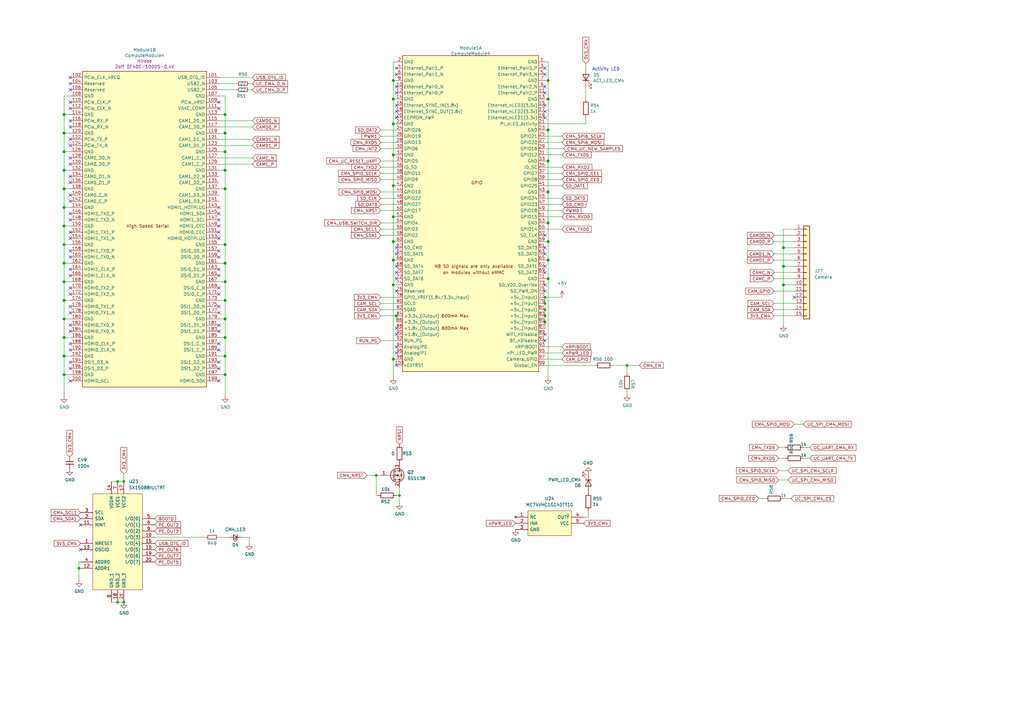
<source format=kicad_sch>
(kicad_sch (version 20231120) (generator "eeschema") (generator_version "8.0")
  (paper "A3")
  (junction (at 92.329 130.81) (diameter 1.016))
  (junction (at 26.289 77.47) (diameter 1.016))
  (junction (at 161.29 63.5) (diameter 1.016))
  (junction (at 224.79 40.64) (diameter 1.016))
  (junction (at 161.29 50.8) (diameter 1.016))
  (junction (at 26.289 138.43) (diameter 1.016))
  (junction (at 161.29 116.84) (diameter 1.016))
  (junction (at 92.329 100.33) (diameter 1.016))
  (junction (at 321.31 116.84) (diameter 1.016))
  (junction (at 26.289 130.81) (diameter 1.016))
  (junction (at 223.52 129.54))
  (junction (at 224.79 78.74) (diameter 1.016))
  (junction (at 92.329 46.99) (diameter 1.016))
  (junction (at 26.289 69.85) (diameter 1.016))
  (junction (at 224.79 53.34) (diameter 1.016))
  (junction (at 48.26 247.015))
  (junction (at 26.289 46.99) (diameter 1.016))
  (junction (at 224.79 99.06) (diameter 1.016))
  (junction (at 161.29 40.64) (diameter 1.016))
  (junction (at 92.329 138.43) (diameter 1.016))
  (junction (at 26.289 85.09) (diameter 1.016))
  (junction (at 26.289 62.23) (diameter 1.016))
  (junction (at 224.79 33.02) (diameter 1.016))
  (junction (at 321.31 101.6) (diameter 1.016))
  (junction (at 223.52 127))
  (junction (at 32.385 233.045))
  (junction (at 26.289 123.19) (diameter 1.016))
  (junction (at 257.175 149.86))
  (junction (at 224.79 66.04) (diameter 1.016))
  (junction (at 92.329 69.85) (diameter 1.016))
  (junction (at 161.29 33.02) (diameter 1.016))
  (junction (at 161.29 76.2) (diameter 1.016))
  (junction (at 26.289 54.61) (diameter 1.016))
  (junction (at 92.329 115.57) (diameter 1.016))
  (junction (at 321.31 109.22) (diameter 1.016))
  (junction (at 161.29 147.32) (diameter 1.016))
  (junction (at 26.289 92.71) (diameter 1.016))
  (junction (at 223.52 121.92))
  (junction (at 161.29 99.06) (diameter 1.016))
  (junction (at 26.289 115.57) (diameter 1.016))
  (junction (at 92.329 153.67) (diameter 1.016))
  (junction (at 162.56 129.54) (diameter 1.016))
  (junction (at 224.79 91.44) (diameter 1.016))
  (junction (at 92.329 107.95) (diameter 1.016))
  (junction (at 26.289 107.95) (diameter 1.016))
  (junction (at 223.52 132.08))
  (junction (at 48.26 197.485))
  (junction (at 92.329 146.05) (diameter 1.016))
  (junction (at 92.329 54.61) (diameter 1.016))
  (junction (at 26.289 153.67) (diameter 1.016))
  (junction (at 50.8 197.485))
  (junction (at 161.29 88.9) (diameter 1.016))
  (junction (at 224.79 106.68) (diameter 1.016))
  (junction (at 154.305 194.945))
  (junction (at 223.52 124.46))
  (junction (at 161.29 106.68) (diameter 1.016))
  (junction (at 92.329 123.19) (diameter 1.016))
  (junction (at 92.329 77.47) (diameter 1.016))
  (junction (at 50.8 247.015))
  (junction (at 26.289 100.33) (diameter 1.016))
  (junction (at 26.289 146.05) (diameter 1.016))
  (junction (at 163.83 203.2))
  (junction (at 224.79 114.3) (diameter 1.016))
  (junction (at 92.329 62.23) (diameter 1.016))
  (no_connect (at 89.789 105.41))
  (no_connect (at 89.789 120.65))
  (no_connect (at 162.56 48.26))
  (no_connect (at 28.829 105.41))
  (no_connect (at 28.829 72.39))
  (no_connect (at 28.829 110.49))
  (no_connect (at 28.829 67.31))
  (no_connect (at 33.02 225.425))
  (no_connect (at 89.789 110.49))
  (no_connect (at 89.789 151.13))
  (no_connect (at 223.52 30.48))
  (no_connect (at 28.829 36.83))
  (no_connect (at 28.829 41.91))
  (no_connect (at 33.02 215.265))
  (no_connect (at 28.829 87.63))
  (no_connect (at 162.56 134.62))
  (no_connect (at 28.829 80.01))
  (no_connect (at 28.829 31.75))
  (no_connect (at 28.829 90.17))
  (no_connect (at 89.789 128.27))
  (no_connect (at 223.52 104.14))
  (no_connect (at 28.829 128.27))
  (no_connect (at 223.52 35.56))
  (no_connect (at 89.789 148.59))
  (no_connect (at 162.56 137.16))
  (no_connect (at 89.789 133.35))
  (no_connect (at 28.829 102.87))
  (no_connect (at 28.829 118.11))
  (no_connect (at 28.829 133.35))
  (no_connect (at 89.789 97.79))
  (no_connect (at 325.755 121.92))
  (no_connect (at 223.52 139.7))
  (no_connect (at 223.52 109.22))
  (no_connect (at 28.829 52.07))
  (no_connect (at 28.829 57.15))
  (no_connect (at 223.52 48.26))
  (no_connect (at 28.829 113.03))
  (no_connect (at 162.56 142.24))
  (no_connect (at 162.56 144.78))
  (no_connect (at 162.56 101.6))
  (no_connect (at 28.829 120.65))
  (no_connect (at 28.829 148.59))
  (no_connect (at 162.56 111.76))
  (no_connect (at 223.52 43.18))
  (no_connect (at 89.789 92.71))
  (no_connect (at 28.829 97.79))
  (no_connect (at 28.829 143.51))
  (no_connect (at 28.829 74.93))
  (no_connect (at 162.56 43.18))
  (no_connect (at 223.52 119.38))
  (no_connect (at 162.56 38.1))
  (no_connect (at 28.829 44.45))
  (no_connect (at 28.829 140.97))
  (no_connect (at 89.789 95.25))
  (no_connect (at 28.829 49.53))
  (no_connect (at 223.52 27.94))
  (no_connect (at 223.52 111.76))
  (no_connect (at 89.789 41.91))
  (no_connect (at 89.789 143.51))
  (no_connect (at 223.52 45.72))
  (no_connect (at 28.829 34.29))
  (no_connect (at 28.829 156.21))
  (no_connect (at 89.789 118.11))
  (no_connect (at 162.56 35.56))
  (no_connect (at 89.789 85.09))
  (no_connect (at 89.789 90.17))
  (no_connect (at 89.789 125.73))
  (no_connect (at 28.829 64.77))
  (no_connect (at 89.789 156.21))
  (no_connect (at 28.829 59.69))
  (no_connect (at 162.56 114.3))
  (no_connect (at 28.829 125.73))
  (no_connect (at 223.52 38.1))
  (no_connect (at 162.56 27.94))
  (no_connect (at 89.789 87.63))
  (no_connect (at 89.789 44.45))
  (no_connect (at 28.829 95.25))
  (no_connect (at 28.829 151.13))
  (no_connect (at 162.56 104.14))
  (no_connect (at 223.52 101.6))
  (no_connect (at 162.56 149.86))
  (no_connect (at 223.52 96.52))
  (no_connect (at 162.56 109.22))
  (no_connect (at 89.789 102.87))
  (no_connect (at 162.56 119.38))
  (no_connect (at 162.56 45.72))
  (no_connect (at 223.52 116.84))
  (no_connect (at 89.789 140.97))
  (no_connect (at 162.56 30.48))
  (no_connect (at 28.829 82.55))
  (no_connect (at 89.789 113.03))
  (no_connect (at 28.829 135.89))
  (no_connect (at 223.52 137.16))
  (no_connect (at 89.789 135.89))
  (wire (pts (xy 223.52 124.46) (xy 223.52 127)))
  (wire (pts (xy 161.29 99.06) (xy 162.56 99.06)))
  (wire (pts (xy 156.21 86.36) (xy 162.56 86.36)))
  (wire (pts (xy 28.829 39.37) (xy 26.289 39.37)))
  (wire (pts (xy 92.329 77.47) (xy 92.329 69.85)))
  (wire (pts (xy 89.789 46.99) (xy 92.329 46.99)))
  (wire (pts (xy 224.79 114.3) (xy 224.79 154.94)))
  (wire (pts (xy 156.21 78.74) (xy 162.56 78.74)))
  (wire (pts (xy 317.5 106.68) (xy 325.755 106.68)))
  (wire (pts (xy 92.329 54.61) (xy 92.329 46.99)))
  (wire (pts (xy 223.52 55.88) (xy 230.505 55.88)))
  (wire (pts (xy 223.52 68.58) (xy 230.505 68.58)))
  (wire (pts (xy 319.405 193.04) (xy 323.215 193.04)))
  (wire (pts (xy 92.329 130.81) (xy 92.329 138.43)))
  (wire (pts (xy 156.21 129.54) (xy 162.56 129.54)))
  (wire (pts (xy 321.31 116.84) (xy 321.31 133.35)))
  (wire (pts (xy 251.46 149.86) (xy 257.175 149.86)))
  (wire (pts (xy 317.5 127) (xy 325.755 127)))
  (wire (pts (xy 89.789 54.61) (xy 92.329 54.61)))
  (wire (pts (xy 161.29 50.8) (xy 162.56 50.8)))
  (wire (pts (xy 163.83 200.025) (xy 163.83 203.2)))
  (wire (pts (xy 223.52 66.04) (xy 224.79 66.04)))
  (wire (pts (xy 92.329 77.47) (xy 92.329 100.33)))
  (wire (pts (xy 156.21 60.96) (xy 162.56 60.96)))
  (wire (pts (xy 26.289 138.43) (xy 26.289 146.05)))
  (wire (pts (xy 241.3 209.55) (xy 241.3 212.09)))
  (wire (pts (xy 26.289 138.43) (xy 28.829 138.43)))
  (wire (pts (xy 223.52 33.02) (xy 224.79 33.02)))
  (wire (pts (xy 223.52 58.42) (xy 230.505 58.42)))
  (wire (pts (xy 102.235 220.345) (xy 99.06 220.345)))
  (wire (pts (xy 89.789 146.05) (xy 92.329 146.05)))
  (wire (pts (xy 317.5 124.46) (xy 325.755 124.46)))
  (wire (pts (xy 89.789 62.23) (xy 92.329 62.23)))
  (wire (pts (xy 161.29 25.4) (xy 161.29 33.02)))
  (wire (pts (xy 26.289 54.61) (xy 28.829 54.61)))
  (wire (pts (xy 50.8 194.31) (xy 50.8 197.485)))
  (wire (pts (xy 156.21 83.82) (xy 162.56 83.82)))
  (wire (pts (xy 161.29 116.84) (xy 162.56 116.84)))
  (wire (pts (xy 103.505 49.53) (xy 89.789 49.53)))
  (wire (pts (xy 32.385 233.045) (xy 33.02 233.045)))
  (wire (pts (xy 156.21 121.92) (xy 162.56 121.92)))
  (wire (pts (xy 156.21 73.66) (xy 162.56 73.66)))
  (wire (pts (xy 161.29 106.68) (xy 161.29 116.84)))
  (wire (pts (xy 224.79 78.74) (xy 224.79 91.44)))
  (wire (pts (xy 26.289 130.81) (xy 28.829 130.81)))
  (wire (pts (xy 161.29 63.5) (xy 161.29 76.2)))
  (wire (pts (xy 26.289 107.95) (xy 28.829 107.95)))
  (wire (pts (xy 321.31 101.6) (xy 325.755 101.6)))
  (wire (pts (xy 317.5 99.06) (xy 325.755 99.06)))
  (wire (pts (xy 224.79 66.04) (xy 224.79 78.74)))
  (wire (pts (xy 26.289 153.67) (xy 26.289 162.56)))
  (wire (pts (xy 223.52 149.86) (xy 243.84 149.86)))
  (wire (pts (xy 92.329 69.85) (xy 92.329 62.23)))
  (wire (pts (xy 321.31 204.47) (xy 324.485 204.47)))
  (wire (pts (xy 325.755 173.99) (xy 329.565 173.99)))
  (wire (pts (xy 317.5 129.54) (xy 325.755 129.54)))
  (wire (pts (xy 26.289 123.19) (xy 28.829 123.19)))
  (wire (pts (xy 224.79 25.4) (xy 224.79 33.02)))
  (wire (pts (xy 156.21 58.42) (xy 162.56 58.42)))
  (wire (pts (xy 319.405 183.515) (xy 321.945 183.515)))
  (wire (pts (xy 223.52 144.78) (xy 230.505 144.78)))
  (wire (pts (xy 26.289 115.57) (xy 28.829 115.57)))
  (wire (pts (xy 161.29 147.32) (xy 161.29 154.94)))
  (wire (pts (xy 156.21 53.34) (xy 162.56 53.34)))
  (wire (pts (xy 103.505 34.29) (xy 102.235 34.29)))
  (wire (pts (xy 161.29 40.64) (xy 161.29 50.8)))
  (wire (pts (xy 26.289 100.33) (xy 26.289 107.95)))
  (wire (pts (xy 223.52 86.36) (xy 230.505 86.36)))
  (wire (pts (xy 223.52 114.3) (xy 224.79 114.3)))
  (wire (pts (xy 89.789 115.57) (xy 92.329 115.57)))
  (wire (pts (xy 257.175 160.655) (xy 257.175 161.925)))
  (wire (pts (xy 48.26 197.485) (xy 50.8 197.485)))
  (wire (pts (xy 156.21 93.98) (xy 162.56 93.98)))
  (wire (pts (xy 223.52 76.2) (xy 230.505 76.2)))
  (wire (pts (xy 161.29 76.2) (xy 162.56 76.2)))
  (wire (pts (xy 32.385 230.505) (xy 32.385 233.045)))
  (wire (pts (xy 103.505 36.83) (xy 102.235 36.83)))
  (wire (pts (xy 92.329 107.95) (xy 92.329 115.57)))
  (wire (pts (xy 224.79 33.02) (xy 224.79 40.64)))
  (wire (pts (xy 89.789 69.85) (xy 92.329 69.85)))
  (wire (pts (xy 156.21 71.12) (xy 162.56 71.12)))
  (wire (pts (xy 156.21 55.88) (xy 162.56 55.88)))
  (wire (pts (xy 156.21 91.44) (xy 162.56 91.44)))
  (wire (pts (xy 154.305 194.945) (xy 156.21 194.945)))
  (wire (pts (xy 223.52 25.4) (xy 224.79 25.4)))
  (wire (pts (xy 240.284 26.035) (xy 240.284 27.94)))
  (wire (pts (xy 224.79 91.44) (xy 224.79 99.06)))
  (wire (pts (xy 162.56 33.02) (xy 161.29 33.02)))
  (wire (pts (xy 161.29 116.84) (xy 161.29 147.32)))
  (wire (pts (xy 28.829 153.67) (xy 26.289 153.67)))
  (wire (pts (xy 89.789 100.33) (xy 92.329 100.33)))
  (wire (pts (xy 223.52 81.28) (xy 230.505 81.28)))
  (wire (pts (xy 223.52 147.32) (xy 230.505 147.32)))
  (wire (pts (xy 161.29 106.68) (xy 162.56 106.68)))
  (wire (pts (xy 156.21 66.04) (xy 162.56 66.04)))
  (wire (pts (xy 162.56 147.32) (xy 161.29 147.32)))
  (wire (pts (xy 26.289 123.19) (xy 26.289 130.81)))
  (wire (pts (xy 321.31 101.6) (xy 321.31 109.22)))
  (wire (pts (xy 162.56 25.4) (xy 161.29 25.4)))
  (wire (pts (xy 92.329 146.05) (xy 92.329 153.67)))
  (wire (pts (xy 321.31 93.98) (xy 321.31 101.6)))
  (wire (pts (xy 161.29 50.8) (xy 161.29 63.5)))
  (wire (pts (xy 26.289 69.85) (xy 28.829 69.85)))
  (wire (pts (xy 161.29 99.06) (xy 161.29 106.68)))
  (wire (pts (xy 224.79 99.06) (xy 224.79 106.68)))
  (wire (pts (xy 89.789 123.19) (xy 92.329 123.19)))
  (wire (pts (xy 26.289 77.47) (xy 26.289 85.09)))
  (wire (pts (xy 26.289 46.99) (xy 28.829 46.99)))
  (wire (pts (xy 156.21 68.58) (xy 162.56 68.58)))
  (wire (pts (xy 89.789 107.95) (xy 92.329 107.95)))
  (wire (pts (xy 45.72 247.015) (xy 48.26 247.015)))
  (wire (pts (xy 329.565 183.515) (xy 332.105 183.515)))
  (wire (pts (xy 223.52 93.98) (xy 230.505 93.98)))
  (wire (pts (xy 26.289 115.57) (xy 26.289 123.19)))
  (wire (pts (xy 26.289 107.95) (xy 26.289 115.57)))
  (wire (pts (xy 92.329 115.57) (xy 92.329 123.19)))
  (wire (pts (xy 32.385 238.125) (xy 32.385 233.045)))
  (wire (pts (xy 103.505 57.15) (xy 89.789 57.15)))
  (wire (pts (xy 162.56 203.2) (xy 163.83 203.2)))
  (wire (pts (xy 26.289 77.47) (xy 28.829 77.47)))
  (wire (pts (xy 89.535 220.345) (xy 93.98 220.345)))
  (wire (pts (xy 317.5 111.76) (xy 325.755 111.76)))
  (wire (pts (xy 161.29 63.5) (xy 162.56 63.5)))
  (wire (pts (xy 223.52 73.66) (xy 230.505 73.66)))
  (wire (pts (xy 92.329 153.67) (xy 92.329 162.56)))
  (wire (pts (xy 26.289 100.33) (xy 28.829 100.33)))
  (wire (pts (xy 241.3 212.09) (xy 239.395 212.09)))
  (wire (pts (xy 92.329 100.33) (xy 92.329 107.95)))
  (wire (pts (xy 224.79 106.68) (xy 224.79 114.3)))
  (wire (pts (xy 163.83 203.2) (xy 163.83 206.375)))
  (wire (pts (xy 89.789 67.31) (xy 103.505 67.31)))
  (wire (pts (xy 92.329 123.19) (xy 92.329 130.81)))
  (wire (pts (xy 89.789 130.81) (xy 92.329 130.81)))
  (wire (pts (xy 311.15 204.47) (xy 313.69 204.47)))
  (wire (pts (xy 26.289 85.09) (xy 26.289 92.71)))
  (wire (pts (xy 223.52 127) (xy 223.52 129.54)))
  (wire (pts (xy 103.505 31.75) (xy 89.789 31.75)))
  (wire (pts (xy 26.289 46.99) (xy 26.289 54.61)))
  (wire (pts (xy 26.289 62.23) (xy 28.829 62.23)))
  (wire (pts (xy 89.789 36.83) (xy 97.155 36.83)))
  (wire (pts (xy 103.505 59.69) (xy 89.789 59.69)))
  (wire (pts (xy 257.175 149.86) (xy 262.255 149.86)))
  (wire (pts (xy 332.105 187.96) (xy 329.565 187.96)))
  (wire (pts (xy 156.21 139.7) (xy 162.56 139.7)))
  (wire (pts (xy 28.829 146.05) (xy 26.289 146.05)))
  (wire (pts (xy 26.289 130.81) (xy 26.289 138.43)))
  (wire (pts (xy 224.79 40.64) (xy 224.79 53.34)))
  (wire (pts (xy 26.289 146.05) (xy 26.289 153.67)))
  (wire (pts (xy 89.789 138.43) (xy 92.329 138.43)))
  (wire (pts (xy 48.26 247.015) (xy 50.8 247.015)))
  (wire (pts (xy 230.505 121.92) (xy 223.52 121.92)))
  (wire (pts (xy 223.52 53.34) (xy 224.79 53.34)))
  (wire (pts (xy 317.5 114.3) (xy 325.755 114.3)))
  (wire (pts (xy 257.175 149.86) (xy 257.175 153.035)))
  (wire (pts (xy 156.21 96.52) (xy 162.56 96.52)))
  (wire (pts (xy 161.29 88.9) (xy 162.56 88.9)))
  (wire (pts (xy 223.52 83.82) (xy 230.505 83.82)))
  (wire (pts (xy 223.52 40.64) (xy 224.79 40.64)))
  (wire (pts (xy 92.329 46.99) (xy 92.329 39.37)))
  (wire (pts (xy 32.385 230.505) (xy 33.02 230.505)))
  (wire (pts (xy 321.31 109.22) (xy 321.31 116.84)))
  (wire (pts (xy 26.289 85.09) (xy 28.829 85.09)))
  (wire (pts (xy 103.505 52.07) (xy 89.789 52.07)))
  (wire (pts (xy 317.5 119.38) (xy 325.755 119.38)))
  (wire (pts (xy 223.52 121.92) (xy 223.52 124.46)))
  (wire (pts (xy 321.31 116.84) (xy 325.755 116.84)))
  (wire (pts (xy 89.789 153.67) (xy 92.329 153.67)))
  (wire (pts (xy 317.5 96.52) (xy 325.755 96.52)))
  (wire (pts (xy 92.329 138.43) (xy 92.329 146.05)))
  (wire (pts (xy 223.52 71.12) (xy 230.505 71.12)))
  (wire (pts (xy 240.284 35.56) (xy 240.284 40.64)))
  (wire (pts (xy 223.52 99.06) (xy 224.79 99.06)))
  (wire (pts (xy 162.56 132.08) (xy 162.56 129.54)))
  (wire (pts (xy 89.789 34.29) (xy 97.155 34.29)))
  (wire (pts (xy 162.56 40.64) (xy 161.29 40.64)))
  (wire (pts (xy 89.789 64.77) (xy 103.505 64.77)))
  (wire (pts (xy 223.52 91.44) (xy 224.79 91.44)))
  (wire (pts (xy 45.72 197.485) (xy 48.26 197.485)))
  (wire (pts (xy 156.21 124.46) (xy 162.56 124.46)))
  (wire (pts (xy 26.289 62.23) (xy 26.289 69.85)))
  (wire (pts (xy 26.289 54.61) (xy 26.289 62.23)))
  (wire (pts (xy 156.21 81.28) (xy 162.56 81.28)))
  (wire (pts (xy 102.235 222.885) (xy 102.235 220.345)))
  (wire (pts (xy 63.5 220.345) (xy 84.455 220.345)))
  (wire (pts (xy 223.52 78.74) (xy 224.79 78.74)))
  (wire (pts (xy 317.5 104.14) (xy 325.755 104.14)))
  (wire (pts (xy 154.305 203.2) (xy 154.94 203.2)))
  (wire (pts (xy 223.52 129.54) (xy 223.52 132.08)))
  (wire (pts (xy 89.789 77.47) (xy 92.329 77.47)))
  (wire (pts (xy 321.945 187.96) (xy 319.405 187.96)))
  (wire (pts (xy 161.29 88.9) (xy 161.29 99.06)))
  (wire (pts (xy 223.52 60.96) (xy 231.14 60.96)))
  (wire (pts (xy 161.29 33.02) (xy 161.29 40.64)))
  (wire (pts (xy 26.289 92.71) (xy 26.289 100.33)))
  (wire (pts (xy 325.755 93.98) (xy 321.31 93.98)))
  (wire (pts (xy 224.79 53.34) (xy 224.79 66.04)))
  (wire (pts (xy 150.495 194.945) (xy 154.305 194.945)))
  (wire (pts (xy 223.52 63.5) (xy 230.505 63.5)))
  (wire (pts (xy 223.52 106.68) (xy 224.79 106.68)))
  (wire (pts (xy 92.329 62.23) (xy 92.329 54.61)))
  (wire (pts (xy 26.289 92.71) (xy 28.829 92.71)))
  (wire (pts (xy 223.52 50.8) (xy 240.284 50.8)))
  (wire (pts (xy 92.329 39.37) (xy 89.789 39.37)))
  (wire (pts (xy 223.52 88.9) (xy 230.505 88.9)))
  (wire (pts (xy 321.31 109.22) (xy 325.755 109.22)))
  (wire (pts (xy 223.52 132.08) (xy 223.52 134.62)))
  (wire (pts (xy 26.289 39.37) (xy 26.289 46.99)))
  (wire (pts (xy 161.29 76.2) (xy 161.29 88.9)))
  (wire (pts (xy 240.284 50.8) (xy 240.284 48.26)))
  (wire (pts (xy 26.289 69.85) (xy 26.289 77.47)))
  (wire (pts (xy 223.52 142.24) (xy 230.505 142.24)))
  (wire (pts (xy 319.405 196.85) (xy 323.215 196.85)))
  (wire (pts (xy 156.21 127) (xy 162.56 127)))
  (wire (pts (xy 154.305 194.945) (xy 154.305 203.2)))
  (text "Activity LED" (at 242.824 29.21 0) (effects (font (size 1.27 1.27)) (justify left bottom)))
  (global_label "3V3_CM4" (shape input) (at 156.21 129.54 180) (property "Intersheetrefs" "${INTERSHEET_REFS}" (effects (hide yes))))
  (global_label "PE_OUT7" (shape input) (at 63.5 227.965 0) (property "Intersheetrefs" "${INTERSHEET_REFS}" (effects (hide yes))))
  (global_label "SD_CMD" (shape input) (at 230.505 83.82 0) (property "Intersheetrefs" "${INTERSHEET_REFS}" (effects (hide yes))))
  (global_label "CM4_RXD0" (shape input) (at 230.505 88.9 0) (property "Intersheetrefs" "${INTERSHEET_REFS}" (effects (hide yes))))
  (global_label "PE_OUT2" (shape input) (at 63.5 215.265 0) (property "Intersheetrefs" "${INTERSHEET_REFS}" (effects (hide yes))))
  (global_label "UC_SPI_CM4_SCLK" (shape input) (at 323.215 193.04 0) (property "Intersheetrefs" "${INTERSHEET_REFS}" (effects (hide yes))))
  (global_label "CM4_USB_SWITCH_DIR" (shape input) (at 156.21 91.44 180) (property "Intersheetrefs" "${INTERSHEET_REFS}" (effects (hide yes))))
  (global_label "SD_DAT3" (shape input) (at 156.21 83.82 180) (property "Intersheetrefs" "${INTERSHEET_REFS}" (effects (hide yes))))
  (global_label "CAM_SDA" (shape input) (at 317.5 127 180) (property "Intersheetrefs" "${INTERSHEET_REFS}" (effects (hide yes))))
  (global_label "CAMD0_N" (shape input) (at 103.505 49.53 0) (property "Intersheetrefs" "${INTERSHEET_REFS}" (effects (hide yes))))
  (global_label "SD_CLK" (shape input) (at 156.21 81.28 180) (property "Intersheetrefs" "${INTERSHEET_REFS}" (effects (hide yes))))
  (global_label "CM4_SDA1" (shape input) (at 33.02 212.725 180) (property "Intersheetrefs" "${INTERSHEET_REFS}" (effects (hide yes))))
  (global_label "PE_OUT6" (shape input) (at 63.5 225.425 0) (property "Intersheetrefs" "${INTERSHEET_REFS}" (effects (hide yes))))
  (global_label "CAM_GPIO" (shape input) (at 230.505 147.32 0) (property "Intersheetrefs" "${INTERSHEET_REFS}" (effects (hide yes))))
  (global_label "CM4_INT2" (shape input) (at 156.21 60.96 180) (property "Intersheetrefs" "${INTERSHEET_REFS}" (effects (hide yes))))
  (global_label "CM4_TXD5" (shape input) (at 230.505 63.5 0) (property "Intersheetrefs" "${INTERSHEET_REFS}" (effects (hide yes))))
  (global_label "CM4_TXD0" (shape input) (at 230.505 93.98 0) (property "Intersheetrefs" "${INTERSHEET_REFS}" (effects (hide yes))))
  (global_label "CM4_SPI0_MISO" (shape input) (at 156.21 73.66 180) (property "Intersheetrefs" "${INTERSHEET_REFS}" (effects (hide yes))))
  (global_label "CAMD1_P" (shape input) (at 317.5 106.68 180) (property "Intersheetrefs" "${INTERSHEET_REFS}" (effects (hide yes))))
  (global_label "nRPIBOOT" (shape input) (at 230.505 142.24 0) (property "Intersheetrefs" "${INTERSHEET_REFS}" (effects (hide yes))))
  (global_label "RUN_PG" (shape input) (at 156.21 139.7 180) (property "Intersheetrefs" "${INTERSHEET_REFS}" (effects (hide yes))))
  (global_label "CAMC_P" (shape input) (at 317.5 114.3 180) (property "Intersheetrefs" "${INTERSHEET_REFS}" (effects (hide yes))))
  (global_label "CM4_RXD2" (shape input) (at 230.505 68.58 0) (property "Intersheetrefs" "${INTERSHEET_REFS}" (effects (hide yes))))
  (global_label "CM4_SPI0_SCLK" (shape input) (at 156.21 71.12 180) (property "Intersheetrefs" "${INTERSHEET_REFS}" (effects (hide yes))))
  (global_label "UC_SPI_CM4_MISO" (shape input) (at 323.215 196.85 0) (property "Intersheetrefs" "${INTERSHEET_REFS}" (effects (hide yes))))
  (global_label "CM4_NRST" (shape input) (at 150.495 194.945 180) (property "Intersheetrefs" "${INTERSHEET_REFS}" (effects (hide yes))))
  (global_label "SD_DAT1" (shape input) (at 230.505 76.2 0) (property "Intersheetrefs" "${INTERSHEET_REFS}" (effects (hide yes))))
  (global_label "CM4_RXD5" (shape input) (at 319.405 187.96 180) (property "Intersheetrefs" "${INTERSHEET_REFS}" (effects (hide yes))))
  (global_label "CAMD0_P" (shape input) (at 317.5 99.06 180) (property "Intersheetrefs" "${INTERSHEET_REFS}" (effects (hide yes))))
  (global_label "CM4_TXD5" (shape input) (at 319.405 183.515 180) (property "Intersheetrefs" "${INTERSHEET_REFS}" (effects (hide yes))))
  (global_label "CAM_GPIO" (shape input) (at 317.5 119.38 180) (property "Intersheetrefs" "${INTERSHEET_REFS}" (effects (hide yes))))
  (global_label "BOOT0" (shape input) (at 63.5 212.725 0) (property "Intersheetrefs" "${INTERSHEET_REFS}" (effects (hide yes))))
  (global_label "CM4_SCL1" (shape input) (at 156.21 93.98 180) (property "Intersheetrefs" "${INTERSHEET_REFS}" (effects (hide yes))))
  (global_label "UC_CM4_D_P" (shape input) (at 103.505 36.83 0) (property "Intersheetrefs" "${INTERSHEET_REFS}" (effects (hide yes))))
  (global_label "CM4_SPI0_MOSI" (shape input) (at 325.755 173.99 180) (property "Intersheetrefs" "${INTERSHEET_REFS}" (effects (hide yes))))
  (global_label "CAMD1_P" (shape input) (at 103.505 59.69 0) (property "Intersheetrefs" "${INTERSHEET_REFS}" (effects (hide yes))))
  (global_label "CM4_SPI6_SCLK" (shape input) (at 230.505 55.88 0) (property "Intersheetrefs" "${INTERSHEET_REFS}" (effects (hide yes))))
  (global_label "PWM0" (shape input) (at 230.505 86.36 0) (property "Intersheetrefs" "${INTERSHEET_REFS}" (effects (hide yes))))
  (global_label "CAM_SCL" (shape input) (at 317.5 124.46 180) (property "Intersheetrefs" "${INTERSHEET_REFS}" (effects (hide yes))))
  (global_label "CM4_SDA1" (shape input) (at 156.21 96.52 180) (property "Intersheetrefs" "${INTERSHEET_REFS}" (effects (hide yes))))
  (global_label "PE_OUT5" (shape input) (at 63.5 230.505 0) (property "Intersheetrefs" "${INTERSHEET_REFS}" (effects (hide yes))))
  (global_label "CM4_SPI0_MOSI" (shape input) (at 156.21 78.74 180) (property "Intersheetrefs" "${INTERSHEET_REFS}" (effects (hide yes))))
  (global_label "CM4_SPI0_CE1" (shape input) (at 230.505 71.12 0) (property "Intersheetrefs" "${INTERSHEET_REFS}" (effects (hide yes))))
  (global_label "USB_OTG_ID" (shape input) (at 103.505 31.75 0) (property "Intersheetrefs" "${INTERSHEET_REFS}" (effects (hide yes))))
  (global_label "CM4_NRST" (shape input) (at 156.21 86.36 180) (property "Intersheetrefs" "${INTERSHEET_REFS}" (effects (hide yes))))
  (global_label "CM4_RXD5" (shape input) (at 156.21 58.42 180) (property "Intersheetrefs" "${INTERSHEET_REFS}" (effects (hide yes))))
  (global_label "USB_OTG_ID" (shape input) (at 63.5 222.885 0) (property "Intersheetrefs" "${INTERSHEET_REFS}" (effects (hide yes))))
  (global_label "PWM1" (shape input) (at 156.21 55.88 180) (property "Intersheetrefs" "${INTERSHEET_REFS}" (effects (hide yes))))
  (global_label "CM4_EN" (shape input) (at 262.255 149.86 0) (property "Intersheetrefs" "${INTERSHEET_REFS}" (effects (hide yes))))
  (global_label "UC_SPI_CM4_MOSI" (shape input) (at 329.565 173.99 0) (property "Intersheetrefs" "${INTERSHEET_REFS}" (effects (hide yes))))
  (global_label "3V3_CM4" (shape input) (at 28.575 187.325 90) (property "Intersheetrefs" "${INTERSHEET_REFS}" (effects (hide yes))))
  (global_label "CM4_SPI0_CE0" (shape input) (at 230.505 73.66 0) (property "Intersheetrefs" "${INTERSHEET_REFS}" (effects (hide yes))))
  (global_label "CM4_UC_RESET_UART" (shape input) (at 156.21 66.04 180) (property "Intersheetrefs" "${INTERSHEET_REFS}" (effects (hide yes))))
  (global_label "CAMC_N" (shape input) (at 317.5 111.76 180) (property "Intersheetrefs" "${INTERSHEET_REFS}" (effects (hide yes))))
  (global_label "CM4_SPI0_MISO" (shape input) (at 319.405 196.85 180) (property "Intersheetrefs" "${INTERSHEET_REFS}" (effects (hide yes))))
  (global_label "nPWR_LED" (shape input) (at 211.455 214.63 180) (property "Intersheetrefs" "${INTERSHEET_REFS}" (effects (hide yes))))
  (global_label "nPWR_LED" (shape input) (at 230.505 144.78 0) (property "Intersheetrefs" "${INTERSHEET_REFS}" (effects (hide yes))))
  (global_label "CM4_SPI0_CE0" (shape input) (at 311.15 204.47 180) (property "Intersheetrefs" "${INTERSHEET_REFS}" (effects (hide yes))))
  (global_label "SD_DAT2" (shape input) (at 156.21 53.34 180) (property "Intersheetrefs" "${INTERSHEET_REFS}" (effects (hide yes))))
  (global_label "CM4_UC_NEW_SAMPLES" (shape input) (at 231.14 60.96 0) (property "Intersheetrefs" "${INTERSHEET_REFS}" (effects (hide yes))))
  (global_label "CAMC_N" (shape input) (at 103.505 64.77 0) (property "Intersheetrefs" "${INTERSHEET_REFS}" (effects (hide yes))))
  (global_label "3V3_CM4" (shape input) (at 240.284 26.035 90) (property "Intersheetrefs" "${INTERSHEET_REFS}" (effects (hide yes))))
  (global_label "UC_SPI_CM4_CS" (shape input) (at 324.485 204.47 0) (property "Intersheetrefs" "${INTERSHEET_REFS}" (effects (hide yes))))
  (global_label "CM4_SPI6_MOSI" (shape input) (at 230.505 58.42 0) (property "Intersheetrefs" "${INTERSHEET_REFS}" (effects (hide yes))))
  (global_label "3V3_CM4" (shape input) (at 50.8 194.31 90) (property "Intersheetrefs" "${INTERSHEET_REFS}" (effects (hide yes))))
  (global_label "PE_OUT3" (shape input) (at 63.5 217.805 0) (property "Intersheetrefs" "${INTERSHEET_REFS}" (effects (hide yes))))
  (global_label "CAM_SDA" (shape input) (at 156.21 127 180) (property "Intersheetrefs" "${INTERSHEET_REFS}" (effects (hide yes))))
  (global_label "3V3_CM4" (shape input) (at 317.5 129.54 180) (property "Intersheetrefs" "${INTERSHEET_REFS}" (effects (hide yes))))
  (global_label "CM4_SCL1" (shape input) (at 33.02 210.185 180) (property "Intersheetrefs" "${INTERSHEET_REFS}" (effects (hide yes))))
  (global_label "CAMD0_P" (shape input) (at 103.505 52.07 0) (property "Intersheetrefs" "${INTERSHEET_REFS}" (effects (hide yes))))
  (global_label "CM4_SPI0_SCLK" (shape input) (at 319.405 193.04 180) (property "Intersheetrefs" "${INTERSHEET_REFS}" (effects (hide yes))))
  (global_label "UC_UART_CM4_TX" (shape input) (at 332.105 187.96 0) (property "Intersheetrefs" "${INTERSHEET_REFS}" (effects (hide yes))))
  (global_label "3V3_CM4" (shape input) (at 156.21 121.92 180) (property "Intersheetrefs" "${INTERSHEET_REFS}" (effects (hide yes))))
  (global_label "CAMD0_N" (shape input) (at 317.5 96.52 180) (property "Intersheetrefs" "${INTERSHEET_REFS}" (effects (hide yes))))
  (global_label "CAMC_P" (shape input) (at 103.505 67.31 0) (property "Intersheetrefs" "${INTERSHEET_REFS}" (effects (hide yes))))
  (global_label "UC_CM4_D_N" (shape input) (at 103.505 34.29 0) (property "Intersheetrefs" "${INTERSHEET_REFS}" (effects (hide yes))))
  (global_label "SD_DAT0" (shape input) (at 230.505 81.28 0) (property "Intersheetrefs" "${INTERSHEET_REFS}" (effects (hide yes))))
  (global_label "CAMD1_N" (shape input) (at 317.5 104.14 180) (property "Intersheetrefs" "${INTERSHEET_REFS}" (effects (hide yes))))
  (global_label "3V3_CM4" (shape input) (at 33.02 222.885 180) (property "Intersheetrefs" "${INTERSHEET_REFS}" (effects (hide yes))))
  (global_label "CAMD1_N" (shape input) (at 103.505 57.15 0) (property "Intersheetrefs" "${INTERSHEET_REFS}" (effects (hide yes))))
  (global_label "NRST" (shape input) (at 163.83 182.245 90) (property "Intersheetrefs" "${INTERSHEET_REFS}" (effects (hide yes))))
  (global_label "UC_UART_CM4_RX" (shape input) (at 332.105 183.515 0) (property "Intersheetrefs" "${INTERSHEET_REFS}" (effects (hide yes))))
  (global_label "CAM_SCL" (shape input) (at 156.21 124.46 180) (property "Intersheetrefs" "${INTERSHEET_REFS}" (effects (hide yes))))
  (global_label "3V3_CM4" (shape input) (at 239.395 214.63 0) (property "Intersheetrefs" "${INTERSHEET_REFS}" (effects (hide yes))))
  (global_label "CM4_TXD2" (shape input) (at 156.21 68.58 180) (property "Intersheetrefs" "${INTERSHEET_REFS}" (effects (hide yes))))
  (symbol (lib_id "power:GND") (at 50.8 247.015 0) (unit 1)
    (property "Reference" "#PWR0153" (effects (hide yes)))
    (property "Value" "GND" (at 50.927 251.4092 0))
  )
  (symbol (lib_id "Device:R") (at 163.83 186.055 180) (unit 1)
    (property "Reference" "R53" (at 168.91 186.055 0) (effects (justify left)))
    (property "Value" "0" (at 161.925 186.055 0) (effects (justify left)))
    (property "Footprint" "Resistor_SMD:R_0603_1608Metric" (effects (hide yes)))
    (property "Datasheet" "https://fscdn.rohm.com/en/products/databook/datasheet/passive/resistor/chip_resistor/mcr-e.pdf" (effects (hide yes)))
    (property "Field4" "Farnell" (effects (hide yes)))
    (property "Field5" "9239235" (effects (hide yes)))
    (property "Field7" "KOA EUROPE GMBH" (effects (hide yes)))
    (property "Field6" "RK73H1ETTP1001F" (effects (hide yes)))
    (property "Part Description" "Resistor 1K M1005 1% 63mW" (effects (hide yes)))
    (property "Field8" "125049511" (effects (hide yes)))
  )
  (symbol (lib_id "Device:LED") (at 241.3 198.12 270) (unit 1)
    (property "Reference" "D6" (at 238.3282 199.1106 90) (effects (justify right)))
    (property "Value" "PWR_LED_CM4" (at 238.3282 196.7992 90) (effects (justify right)))
    (property "Footprint" "LED_SMD:LED_0603_1608Metric" (effects (hide yes)))
    (property "Datasheet" "http://optoelectronics.liteon.com/upload/download/DS22-2000-210/LTST-S270KRKT.pdf" (effects (hide yes)))
    (property "Field4" "Digikey " (effects (hide yes)))
    (property "Field5" "	LTST-S270KRKT" (effects (hide yes)))
    (property "Field6" "SML-A12U8TT86Q" (effects (hide yes)))
    (property "Field7" "Rohm" (effects (hide yes)))
    (property "Field8" "650295101" (effects (hide yes)))
    (property "Part Description" "	Red 620nm LED Indication - Discrete 2.2V 2-SMD, No Lead" (effects (hide yes)))
  )
  (symbol (lib_id "Device:R") (at 240.284 44.45 0) (unit 1)
    (property "Reference" "R54" (at 242.062 43.2816 0) (effects (justify left)))
    (property "Value" "1k" (at 242.062 45.593 0) (effects (justify left)))
    (property "Footprint" "Resistor_SMD:R_0603_1608Metric" (effects (hide yes)))
    (property "Datasheet" "https://fscdn.rohm.com/en/products/databook/datasheet/passive/resistor/chip_resistor/mcr-e.pdf" (effects (hide yes)))
    (property "Field4" "Farnell" (effects (hide yes)))
    (property "Field5" "9239235" (effects (hide yes)))
    (property "Field7" "KOA EUROPE GMBH" (effects (hide yes)))
    (property "Field6" "RK73H1ETTP1001F" (effects (hide yes)))
    (property "Part Description" "Resistor 1K M1005 1% 63mW" (effects (hide yes)))
    (property "Field8" "125049511" (effects (hide yes)))
  )
  (symbol (lib_id "Connector_Generic:Conn_01x15") (at 330.835 111.76 0) (unit 1)
    (property "Reference" "J27" (at 334.01 111.1249 0) (effects (justify left)))
    (property "Value" "Camera" (at 334.01 113.6649 0) (effects (justify left)))
    (property "Footprint" "downloaded_parts:117342485" (effects (hide yes)))
  )
  (symbol (lib_id "power:GND") (at 92.329 162.56 0) (unit 1)
    (property "Reference" "#PWR0154" (effects (hide yes)))
    (property "Value" "GND" (at 92.456 166.9542 0))
  )
  (symbol (lib_id "downloaded_parts:MC74VHC1G14DTT1G") (at 211.455 212.09 0) (unit 1)
    (property "Reference" "U24" (at 225.425 204.47 0))
    (property "Value" "MC74VHC1G14DTT1G" (at 225.425 207.01 0))
    (property "Footprint" "downloaded_parts:SOT95P275X110-5N" (effects (hide yes)))
    (property "Datasheet" "http://www.onsemi.com/pub/Collateral/MC74VHC1G14-D.PDF" (effects (hide yes)))
    (property "Height" "1.1" (effects (hide yes)))
    (property "Mouser Part Number" "863-MC74VHC1G14DTT1G" (effects (hide yes)))
    (property "Mouser Price/Stock" "https://www.mouser.co.uk/ProductDetail/ON-Semiconductor/MC74VHC1G14DTT1G?qs=YOLdObVcOZkwAVViVe9vSg%3D%3D" (effects (hide yes)))
    (property "Manufacturer_Name" "ON Semiconductor" (effects (hide yes)))
    (property "Manufacturer_Part_Number" "MC74VHC1G14DTT1G" (effects (hide yes)))
  )
  (symbol (lib_name "LED_Small_1") (lib_id "Device:LED_Small") (at 96.52 220.345 180) (unit 1)
    (property "Reference" "D4" (at 96.52 223.52 0))
    (property "Value" "CM4_LED" (at 96.52 217.17 0))
    (property "Footprint" "LED_SMD:LED_0603_1608Metric" (effects (hide yes)))
  )
  (symbol (lib_id "Device:R") (at 325.755 187.96 90) (unit 1)
    (property "Reference" "R60" (at 324.5866 186.182 0) (effects (justify left)))
    (property "Value" "1k" (at 330.835 186.69 90) (effects (justify left)))
    (property "Footprint" "Resistor_SMD:R_0402_1005Metric" (effects (hide yes)))
    (property "Datasheet" "https://fscdn.rohm.com/en/products/databook/datasheet/passive/resistor/chip_resistor/mcr-e.pdf" (effects (hide yes)))
    (property "Field4" "Farnell" (effects (hide yes)))
    (property "Field5" "9239235" (effects (hide yes)))
    (property "Field7" "KOA EUROPE GMBH" (effects (hide yes)))
    (property "Field6" "RK73H1ETTP1001F" (effects (hide yes)))
    (property "Part Description" "Resistor 1K M1005 1% 63mW" (effects (hide yes)))
    (property "Field8" "125049511" (effects (hide yes)))
  )
  (symbol (lib_id "power:+5V") (at 230.505 121.92 0) (unit 1)
    (property "Reference" "#PWR0160" (effects (hide yes)))
    (property "Value" "+5V" (at 230.505 116.205 0))
  )
  (symbol (lib_id "Device:R_Small") (at 86.995 220.345 90) (unit 1)
    (property "Reference" "R49" (at 86.995 222.885 90))
    (property "Value" "1k" (at 86.995 217.805 90))
    (property "Footprint" "Resistor_SMD:R_0603_1608Metric" (effects (hide yes)))
  )
  (symbol (lib_id "Device:LED") (at 240.284 31.75 90) (unit 1)
    (property "Reference" "D5" (at 243.2558 30.7594 90) (effects (justify right)))
    (property "Value" "ACT_LED_CM4" (at 243.2558 33.0708 90) (effects (justify right)))
    (property "Footprint" "LED_SMD:LED_0603_1608Metric" (effects (hide yes)))
    (property "Datasheet" "http://optoelectronics.liteon.com/upload/download/DS22-2000-226/LTST-S270KGKT.pdf" (effects (hide yes)))
    (property "Field4" "Digikey " (effects (hide yes)))
    (property "Field5" "LTST-S270KGKT" (effects (hide yes)))
    (property "Field6" "SML-A12M8TT86N" (effects (hide yes)))
    (property "Field7" "Rohm" (effects (hide yes)))
    (property "Field8" "650263301" (effects (hide yes)))
    (property "Part Description" "	Green 572nm LED Indication - Discrete 2.2V 2-SMD, No Lead" (effects (hide yes)))
  )
  (symbol (lib_id "downloaded_parts:SX1508BIULTRT") (at 77.47 188.595 0) (unit 1)
    (property "Reference" "U23" (at 52.8194 197.485 0) (effects (justify left)))
    (property "Value" "SX1508BIULTRT" (at 52.8194 200.025 0) (effects (justify left)))
    (property "Footprint" "downloaded_parts:QFN40P300X300X60-21N" (effects (hide yes)))
    (property "Datasheet" "https://www.semtech.com/products/smart-sensing/io-expanders/sx1508b" (effects (hide yes)))
    (property "Description" "Lowest Voltage Level Shifting GPIO with LED Driver 20-Pin QFN-UT EP T/R" (effects (hide yes)))
    (property "Height" "0.6" (effects (hide yes)))
    (property "Mouser Part Number" "947-SX1508BIULTRT" (effects (hide yes)))
    (property "Mouser Price/Stock" "https://www.mouser.co.uk/ProductDetail/Semtech/SX1508BIULTRT?qs=rBWM4%252BvDhIe1wnlgK0kn%2FQ%3D%3D" (effects (hide yes)))
    (property "Manufacturer_Name" "SEMTECH" (effects (hide yes)))
    (property "Manufacturer_Part_Number" "SX1508BIULTRT" (effects (hide yes)))
  )
  (symbol (lib_id "power:GND") (at 28.575 192.405 0) (unit 1)
    (property "Reference" "#PWR0151" (effects (hide yes)))
    (property "Value" "GND" (at 28.702 196.7992 0))
  )
  (symbol (lib_id "power:GND") (at 163.83 206.375 0) (unit 1)
    (property "Reference" "#PWR0157" (effects (hide yes)))
    (property "Value" "GND" (at 163.957 210.7692 0))
  )
  (symbol (lib_id "Device:R_Small") (at 99.695 34.29 90) (unit 1)
    (property "Reference" "R50" (at 101.6 30.48 90) (effects (justify left)))
    (property "Value" "22" (at 100.965 34.29 90) (effects (justify left)))
    (property "Footprint" "Resistor_SMD:R_0603_1608Metric" (effects (hide yes)))
  )
  (symbol (lib_id "Device:R_Small") (at 99.695 36.83 90) (unit 1)
    (property "Reference" "R51" (at 100.965 39.37 90) (effects (justify left)))
    (property "Value" "22" (at 100.965 36.83 90) (effects (justify left)))
    (property "Footprint" "Resistor_SMD:R_0603_1608Metric" (effects (hide yes)))
  )
  (symbol (lib_id "power:GND") (at 257.175 161.925 0) (unit 1)
    (property "Reference" "#PWR0162" (effects (hide yes)))
    (property "Value" "GND" (at 257.302 166.3192 0))
  )
  (symbol (lib_id "power:GND") (at 102.235 222.885 0) (unit 1)
    (property "Reference" "#PWR0155" (effects (hide yes)))
    (property "Value" "GND" (at 102.362 227.2792 0))
  )
  (symbol (lib_id "Device:R") (at 257.175 156.845 180) (unit 1)
    (property "Reference" "R57" (at 259.715 155.575 90) (effects (justify left)))
    (property "Value" "10k" (at 254.635 155.575 90) (effects (justify left)))
    (property "Footprint" "Resistor_SMD:R_0603_1608Metric" (effects (hide yes)))
    (property "Datasheet" "https://fscdn.rohm.com/en/products/databook/datasheet/passive/resistor/chip_resistor/mcr-e.pdf" (effects (hide yes)))
    (property "Field4" "Farnell" (effects (hide yes)))
    (property "Field5" "9239235" (effects (hide yes)))
    (property "Field7" "KOA EUROPE GMBH" (effects (hide yes)))
    (property "Field6" "RK73H1ETTP1001F" (effects (hide yes)))
    (property "Part Description" "Resistor 1K M1005 1% 63mW" (effects (hide yes)))
    (property "Field8" "125049511" (effects (hide yes)))
  )
  (symbol (lib_id "power:GND") (at 211.455 217.17 0) (unit 1)
    (property "Reference" "#PWR0158" (effects (hide yes)))
    (property "Value" "GND" (at 211.582 221.5642 0))
  )
  (symbol (lib_id "CM4IO:ComputeModule4-CM4") (at 195.58 81.28 0) (unit 1)
    (property "Reference" "Module1" (at 193.04 19.685 0))
    (property "Value" "ComputeModule4" (at 193.04 21.9964 0))
    (property "Footprint" "CM4:Raspberry-Pi-4-Compute-Module" (effects (hide yes)))
    (property "Field4" "Hirose" (effects (hide yes)))
    (property "Field5" "2off DF40C-100DS-0.4V" (effects (hide yes)))
    (property "Field6" "2off DF40C-100DS-0.4V" (effects (hide yes)))
    (property "Field7" "Hirose" (effects (hide yes)))
    (property "Part Description" "	100 Position Connector Receptacle, Center Strip Contacts Surface Mount Gold" (effects (hide yes)))
  )
  (symbol (lib_id "Device:R") (at 241.3 205.74 0) (unit 1)
    (property "Reference" "R55" (at 243.078 204.5716 0) (effects (justify left)))
    (property "Value" "1k" (at 243.078 206.883 0) (effects (justify left)))
    (property "Footprint" "Resistor_SMD:R_0603_1608Metric" (effects (hide yes)))
    (property "Datasheet" "https://fscdn.rohm.com/en/products/databook/datasheet/passive/resistor/chip_resistor/mcr-e.pdf" (effects (hide yes)))
    (property "Field4" "Farnell" (effects (hide yes)))
    (property "Field5" "9239235" (effects (hide yes)))
    (property "Field7" "KOA EUROPE GMBH" (effects (hide yes)))
    (property "Field6" "RK73H1ETTP1001F" (effects (hide yes)))
    (property "Part Description" "Resistor 1K M1005 1% 63mW" (effects (hide yes)))
    (property "Field8" "125049511" (effects (hide yes)))
  )
  (symbol (lib_name "CM4IO:ComputeModule4-CM4_1") (lib_id "CM4IO:ComputeModule4-CM4") (at -80.391 92.71 0) (unit 2)
    (property "Reference" "Module1" (at 59.309 20.447 0))
    (property "Value" "ComputeModule4" (at 59.309 22.7584 0))
    (property "Footprint" "CM4:Raspberry-Pi-4-Compute-Module" (effects (hide yes)))
    (property "Field4" "Hirose" (at 59.309 25.0444 0))
    (property "Field5" "2off DF40C-100DS-0.4V" (at 59.309 27.3558 0))
    (property "Field6" "2off DF40C-100DS-0.4V" (effects (hide yes)))
    (property "Field7" "Hirose" (effects (hide yes)))
    (property "Part Description" "	100 Position Connector Receptacle, Center Strip Contacts Surface Mount Gold" (effects (hide yes)))
  )
  (symbol (lib_id "Device:C_Small") (at 28.575 189.865 0) (unit 1)
    (property "Reference" "C49" (at 31.75 188.6012 0) (effects (justify left)))
    (property "Value" "100n" (at 31.75 191.1412 0) (effects (justify left)))
    (property "Footprint" "Capacitor_SMD:C_0603_1608Metric" (effects (hide yes)))
  )
  (symbol (lib_id "power:GND") (at 161.29 154.94 0) (unit 1)
    (property "Reference" "#PWR0156" (effects (hide yes)))
    (property "Value" "GND" (at 161.417 159.3342 0))
  )
  (symbol (lib_id "power:GND") (at 321.31 133.35 0) (unit 1)
    (property "Reference" "#PWR0163" (effects (hide yes)))
    (property "Value" "GND" (at 321.437 137.7442 0))
  )
  (symbol (lib_id "Device:R") (at 325.755 183.515 90) (unit 1)
    (property "Reference" "R59" (at 324.5866 181.737 0) (effects (justify left)))
    (property "Value" "1k" (at 330.835 182.245 90) (effects (justify left)))
    (property "Footprint" "Resistor_SMD:R_0402_1005Metric" (effects (hide yes)))
    (property "Datasheet" "https://fscdn.rohm.com/en/products/databook/datasheet/passive/resistor/chip_resistor/mcr-e.pdf" (effects (hide yes)))
    (property "Field4" "Farnell" (effects (hide yes)))
    (property "Field5" "9239235" (effects (hide yes)))
    (property "Field7" "KOA EUROPE GMBH" (effects (hide yes)))
    (property "Field6" "RK73H1ETTP1001F" (effects (hide yes)))
    (property "Part Description" "Resistor 1K M1005 1% 63mW" (effects (hide yes)))
    (property "Field8" "125049511" (effects (hide yes)))
  )
  (symbol (lib_id "power:GND") (at 241.3 194.31 180) (unit 1)
    (property "Reference" "#PWR0161" (effects (hide yes)))
    (property "Value" "GND" (at 241.173 189.9158 0))
  )
  (symbol (lib_id "power:GND") (at 26.289 162.56 0) (unit 1)
    (property "Reference" "#PWR0150" (effects (hide yes)))
    (property "Value" "GND" (at 26.416 166.9542 0))
  )
  (symbol (lib_id "Device:R") (at 158.75 203.2 90) (unit 1)
    (property "Reference" "R52" (at 160.02 205.74 90) (effects (justify left)))
    (property "Value" "10k" (at 160.02 200.66 90) (effects (justify left)))
    (property "Footprint" "Resistor_SMD:R_0603_1608Metric" (effects (hide yes)))
    (property "Datasheet" "https://fscdn.rohm.com/en/products/databook/datasheet/passive/resistor/chip_resistor/mcr-e.pdf" (effects (hide yes)))
    (property "Field4" "Farnell" (effects (hide yes)))
    (property "Field5" "9239235" (effects (hide yes)))
    (property "Field7" "KOA EUROPE GMBH" (effects (hide yes)))
    (property "Field6" "RK73H1ETTP1001F" (effects (hide yes)))
    (property "Part Description" "Resistor 1K M1005 1% 63mW" (effects (hide yes)))
    (property "Field8" "125049511" (effects (hide yes)))
  )
  (symbol (lib_id "Device:R") (at 317.5 204.47 90) (unit 1)
    (property "Reference" "R58" (at 316.3316 202.692 0) (effects (justify left)))
    (property "Value" "1k" (at 322.58 203.2 90) (effects (justify left)))
    (property "Footprint" "Resistor_SMD:R_0402_1005Metric" (effects (hide yes)))
    (property "Datasheet" "https://fscdn.rohm.com/en/products/databook/datasheet/passive/resistor/chip_resistor/mcr-e.pdf" (effects (hide yes)))
    (property "Field4" "Farnell" (effects (hide yes)))
    (property "Field5" "9239235" (effects (hide yes)))
    (property "Field7" "KOA EUROPE GMBH" (effects (hide yes)))
    (property "Field6" "RK73H1ETTP1001F" (effects (hide yes)))
    (property "Part Description" "Resistor 1K M1005 1% 63mW" (effects (hide yes)))
    (property "Field8" "125049511" (effects (hide yes)))
  )
  (symbol (lib_id "Transistor_FET:BSS138") (at 161.29 194.945 0) (unit 1)
    (property "Reference" "Q2" (at 167.005 193.6749 0) (effects (justify left)))
    (property "Value" "BSS138" (at 167.005 196.2149 0) (effects (justify left)))
    (property "Footprint" "Package_TO_SOT_SMD:SOT-323_SC-70" (effects (hide yes)))
    (property "Datasheet" "https://www.onsemi.com/pub/Collateral/BSS138-D.PDF" (effects (hide yes)))
  )
  (symbol (lib_id "power:GND") (at 32.385 238.125 0) (unit 1)
    (property "Reference" "#PWR0152" (effects (hide yes)))
    (property "Value" "GND" (at 32.512 242.5192 0))
  )
  (symbol (lib_id "Device:R") (at 247.65 149.86 90) (unit 1)
    (property "Reference" "R56" (at 247.015 147.32 90) (effects (justify left)))
    (property "Value" "100" (at 251.46 147.32 90) (effects (justify left)))
    (property "Footprint" "Resistor_SMD:R_0603_1608Metric" (effects (hide yes)))
    (property "Datasheet" "https://fscdn.rohm.com/en/products/databook/datasheet/passive/resistor/chip_resistor/mcr-e.pdf" (effects (hide yes)))
    (property "Field4" "Farnell" (effects (hide yes)))
    (property "Field5" "9239235" (effects (hide yes)))
    (property "Field7" "KOA EUROPE GMBH" (effects (hide yes)))
    (property "Field6" "RK73H1ETTP1001F" (effects (hide yes)))
    (property "Part Description" "Resistor 1K M1005 1% 63mW" (effects (hide yes)))
    (property "Field8" "125049511" (effects (hide yes)))
  )
  (symbol (lib_id "power:GND") (at 224.79 154.94 0) (unit 1)
    (property "Reference" "#PWR0159" (effects (hide yes)))
    (property "Value" "GND" (at 224.917 159.3342 0))
  )
)
</source>
